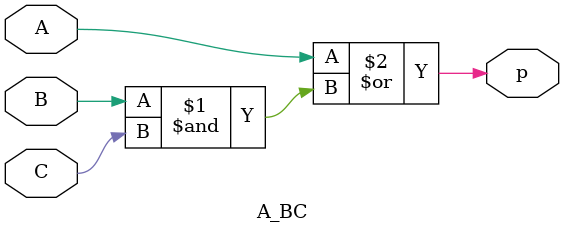
<source format=v>
module A_BC(p, A, B, C);
input A,B,C;
output p;
assign p = A | (B&C);
endmodule 

</source>
